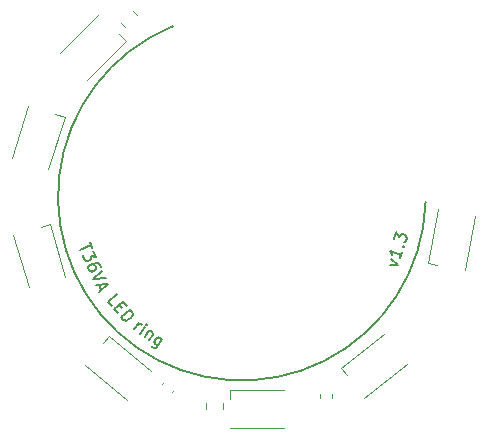
<source format=gbr>
G04 #@! TF.GenerationSoftware,KiCad,Pcbnew,6.0.4-6f826c9f35~116~ubuntu21.10.1*
G04 #@! TF.CreationDate,2023-01-05T16:01:05-05:00*
G04 #@! TF.ProjectId,T36VAIllumination,54333656-4149-46c6-9c75-6d696e617469,rev?*
G04 #@! TF.SameCoordinates,PX1c9c380PYa21fe80*
G04 #@! TF.FileFunction,Legend,Top*
G04 #@! TF.FilePolarity,Positive*
%FSLAX46Y46*%
G04 Gerber Fmt 4.6, Leading zero omitted, Abs format (unit mm)*
G04 Created by KiCad (PCBNEW 6.0.4-6f826c9f35~116~ubuntu21.10.1) date 2023-01-05 16:01:05*
%MOMM*%
%LPD*%
G01*
G04 APERTURE LIST*
%ADD10C,0.150000*%
%ADD11C,0.120000*%
G04 APERTURE END LIST*
D10*
X14100000Y34500001D02*
G75*
G03*
X35500000Y19600000I5844450J-14423743D01*
G01*
X10845840Y8825917D02*
X11228224Y9372019D01*
X11118971Y9215990D02*
X11212605Y9266691D01*
X11278925Y9278385D01*
X11384253Y9262766D01*
X11462268Y9208140D01*
X11352934Y8470846D02*
X11735318Y9016948D01*
X11926510Y9289998D02*
X11860190Y9278304D01*
X11871884Y9211984D01*
X11938204Y9223678D01*
X11926510Y9289998D01*
X11871884Y9211984D01*
X12125391Y8743816D02*
X11743006Y8197715D01*
X12070764Y8665802D02*
X12137085Y8677496D01*
X12242412Y8661876D01*
X12359434Y8579937D01*
X12410135Y8486303D01*
X12394516Y8380976D01*
X12094072Y7951896D01*
X13217593Y7979047D02*
X12753270Y7315924D01*
X12659636Y7265223D01*
X12593316Y7253529D01*
X12487988Y7269148D01*
X12370966Y7351088D01*
X12320265Y7444721D01*
X12862522Y7471953D02*
X12757195Y7487572D01*
X12601166Y7596825D01*
X12550464Y7690459D01*
X12538770Y7756779D01*
X12554389Y7862107D01*
X12718268Y8096150D01*
X12811902Y8146851D01*
X12878222Y8158545D01*
X12983550Y8142926D01*
X13139579Y8033674D01*
X13190280Y7940040D01*
X8940235Y10801673D02*
X8634146Y11166456D01*
X9400190Y11809243D01*
X9555759Y10883023D02*
X9770021Y10627675D01*
X9460587Y10181542D02*
X9154498Y10546325D01*
X9920542Y11189112D01*
X10226631Y10824329D01*
X9736067Y9853237D02*
X10502112Y10496024D01*
X10655156Y10313633D01*
X10710505Y10173589D01*
X10698766Y10039415D01*
X10656418Y9941718D01*
X10541114Y9782804D01*
X10431679Y9690978D01*
X10255157Y9605020D01*
X10151592Y9580281D01*
X10017417Y9592019D01*
X9889112Y9670845D01*
X9736067Y9853237D01*
X7048064Y16236832D02*
X7280485Y15714807D01*
X6250729Y15569083D02*
X7164275Y15975819D01*
X7377327Y15497296D02*
X7629117Y14931768D01*
X7145520Y15081335D01*
X7203626Y14950829D01*
X7198860Y14844456D01*
X7174727Y14781586D01*
X7107091Y14699347D01*
X6889580Y14602505D01*
X6783207Y14607270D01*
X6720337Y14631404D01*
X6638098Y14699040D01*
X6521887Y14960053D01*
X6526652Y15066425D01*
X6550786Y15129296D01*
X7977748Y14148729D02*
X7900274Y14322737D01*
X7818035Y14390373D01*
X7755165Y14414507D01*
X7585922Y14443406D01*
X7392544Y14409435D01*
X7044527Y14254487D01*
X6976891Y14172248D01*
X6952757Y14109378D01*
X6947992Y14003005D01*
X7025466Y13828996D01*
X7107705Y13761360D01*
X7170575Y13737227D01*
X7276948Y13732461D01*
X7494459Y13829303D01*
X7562095Y13911542D01*
X7586229Y13974413D01*
X7590994Y14080786D01*
X7513520Y14254794D01*
X7431281Y14322430D01*
X7368411Y14346564D01*
X7262038Y14351329D01*
X8132695Y13800711D02*
X7354729Y13089459D01*
X8403853Y13191681D01*
X7867531Y12640142D02*
X8061215Y12205120D01*
X7567781Y12610936D02*
X8616906Y12713157D01*
X7838939Y12001905D01*
X32454749Y14307566D02*
X33162362Y14327997D01*
X32601900Y14760450D01*
X33515524Y15414919D02*
X33338943Y14871458D01*
X33427234Y15143188D02*
X32476177Y15452205D01*
X32582612Y15317483D01*
X32643759Y15197476D01*
X32659617Y15092184D01*
X33557383Y15851945D02*
X33617387Y15882518D01*
X33647960Y15822514D01*
X33587957Y15791941D01*
X33557383Y15851945D01*
X33647960Y15822514D01*
X32814624Y16493839D02*
X33005921Y17082588D01*
X33265222Y16647848D01*
X33309367Y16783713D01*
X33384086Y16859575D01*
X33444090Y16890148D01*
X33549381Y16906007D01*
X33775823Y16832431D01*
X33851685Y16757713D01*
X33882259Y16697709D01*
X33898117Y16592417D01*
X33809826Y16320687D01*
X33735108Y16244825D01*
X33675104Y16214252D01*
D11*
G04 #@! TO.C,R2*
X18375000Y2587064D02*
X18375000Y2132936D01*
X16905000Y2587064D02*
X16905000Y2132936D01*
G04 #@! TO.C,D2*
X3676489Y17748048D02*
X2907480Y17527538D01*
X4958203Y13278181D02*
X3676489Y17748048D01*
X1882165Y12396141D02*
X600452Y16866008D01*
G04 #@! TO.C,C1*
X13208954Y4180131D02*
X13389680Y4395512D01*
X13990320Y3524488D02*
X14171046Y3739869D01*
G04 #@! TO.C,D7*
X33958083Y5924421D02*
X30293833Y3061595D01*
X31987966Y8446056D02*
X28323716Y5583230D01*
X28323716Y5583230D02*
X28816245Y4952821D01*
G04 #@! TO.C,C2*
X26590000Y3059420D02*
X26590000Y3340580D01*
X27610000Y3059420D02*
X27610000Y3340580D01*
G04 #@! TO.C,D1*
X39699924Y18403367D02*
X38812662Y13838800D01*
X35671455Y14449389D02*
X36456757Y14296742D01*
X36558717Y19013956D02*
X35671455Y14449389D01*
G04 #@! TO.C,D3*
X10195140Y2828057D02*
X6633033Y5817019D01*
X12252060Y5279399D02*
X8689954Y8268361D01*
X8689954Y8268361D02*
X8175723Y7655526D01*
G04 #@! TO.C,D4*
X10128427Y33265685D02*
X9562742Y33831371D01*
X6840381Y29977639D02*
X10128427Y33265685D01*
X4577639Y32240381D02*
X7865685Y35528427D01*
G04 #@! TO.C,D6*
X18900000Y3700000D02*
X18900000Y2900000D01*
X23550000Y500000D02*
X18900000Y500000D01*
X23550000Y3700000D02*
X18900000Y3700000D01*
G04 #@! TO.C,D5*
X4931780Y26827337D02*
X4166736Y27061234D01*
X512076Y23316109D02*
X1871604Y27762926D01*
X3572251Y22380520D02*
X4931780Y26827337D01*
G04 #@! TO.C,R1*
X9719718Y34740835D02*
X10040835Y34419718D01*
X10759165Y35780282D02*
X11080282Y35459165D01*
G04 #@! TD*
M02*

</source>
